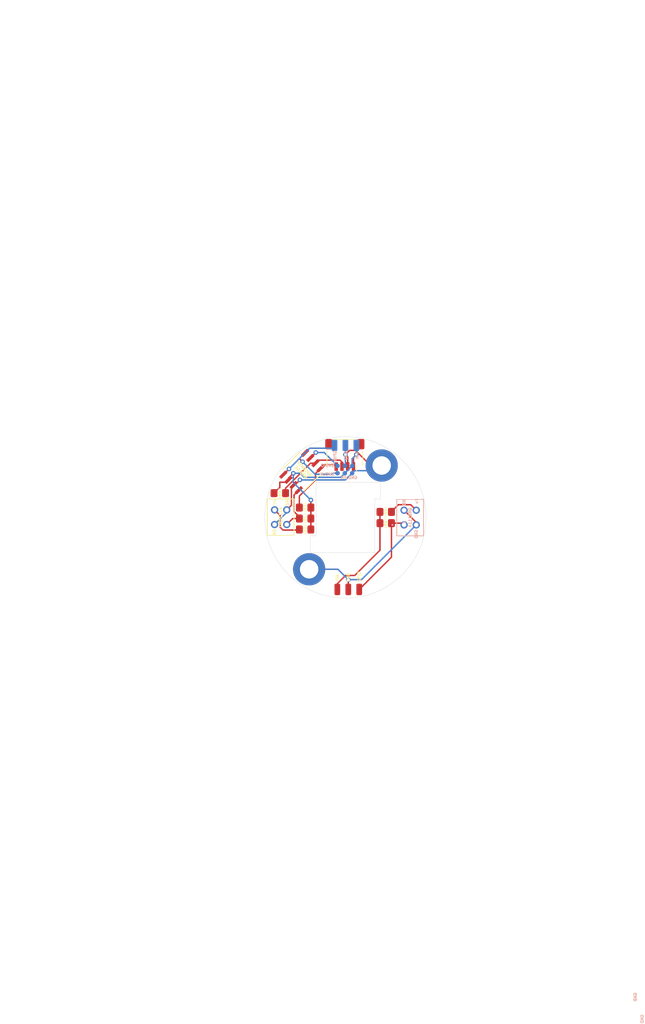
<source format=kicad_pcb>
(kicad_pcb (version 20171130) (host pcbnew "(5.1.7)-1")

  (general
    (thickness 1.6)
    (drawings 21)
    (tracks 126)
    (zones 0)
    (modules 27)
    (nets 13)
  )

  (page A4)
  (layers
    (0 F.Cu signal)
    (31 B.Cu signal)
    (32 B.Adhes user)
    (33 F.Adhes user)
    (34 B.Paste user)
    (35 F.Paste user)
    (36 B.SilkS user)
    (37 F.SilkS user)
    (38 B.Mask user)
    (39 F.Mask user)
    (40 Dwgs.User user hide)
    (41 Cmts.User user)
    (44 Edge.Cuts user)
    (45 Margin user)
    (46 B.CrtYd user)
    (47 F.CrtYd user)
    (48 B.Fab user)
    (49 F.Fab user)
  )

  (setup
    (last_trace_width 0.25)
    (trace_clearance 0.2)
    (zone_clearance 0.508)
    (zone_45_only no)
    (trace_min 0.2)
    (via_size 0.8)
    (via_drill 0.4)
    (via_min_size 0.4)
    (via_min_drill 0.3)
    (uvia_size 0.3)
    (uvia_drill 0.1)
    (uvias_allowed no)
    (uvia_min_size 0.2)
    (uvia_min_drill 0.1)
    (edge_width 0.05)
    (segment_width 0.2)
    (pcb_text_width 0.3)
    (pcb_text_size 1.5 1.5)
    (mod_edge_width 0.12)
    (mod_text_size 1 1)
    (mod_text_width 0.15)
    (pad_size 0.9906 0.9906)
    (pad_drill 0.9906)
    (pad_to_mask_clearance 0.0508)
    (aux_axis_origin 0 0)
    (visible_elements 7FFFFF7F)
    (pcbplotparams
      (layerselection 0x010fc_ffffffff)
      (usegerberextensions false)
      (usegerberattributes true)
      (usegerberadvancedattributes true)
      (creategerberjobfile true)
      (excludeedgelayer true)
      (linewidth 0.100000)
      (plotframeref false)
      (viasonmask false)
      (mode 1)
      (useauxorigin false)
      (hpglpennumber 1)
      (hpglpenspeed 20)
      (hpglpendiameter 15.000000)
      (psnegative false)
      (psa4output false)
      (plotreference true)
      (plotvalue true)
      (plotinvisibletext false)
      (padsonsilk false)
      (subtractmaskfromsilk false)
      (outputformat 1)
      (mirror false)
      (drillshape 1)
      (scaleselection 1)
      (outputdirectory ""))
  )

  (net 0 "")
  (net 1 GND)
  (net 2 SYS_SWCLK)
  (net 3 SYS_SWDIO)
  (net 4 V_IN)
  (net 5 I2C1_SDA)
  (net 6 I2C1_SCl)
  (net 7 "Net-(R2-Pad1)")
  (net 8 GPIO_Input_2)
  (net 9 V_IN_2)
  (net 10 GPIO_Input_2_2)
  (net 11 GPIO_Input_1)
  (net 12 "Net-(R6-Pad1)")

  (net_class Default "This is the default net class."
    (clearance 0.2)
    (trace_width 0.25)
    (via_dia 0.8)
    (via_drill 0.4)
    (uvia_dia 0.3)
    (uvia_drill 0.1)
    (add_net GND)
    (add_net GPIO_Input_1)
    (add_net GPIO_Input_2)
    (add_net GPIO_Input_2_2)
    (add_net I2C1_SCl)
    (add_net I2C1_SDA)
    (add_net "Net-(R2-Pad1)")
    (add_net "Net-(R6-Pad1)")
    (add_net SYS_SWCLK)
    (add_net SYS_SWDIO)
    (add_net V_IN)
    (add_net V_IN_2)
  )

  (module "" (layer F.Cu) (tedit 0) (tstamp 0)
    (at 60.2 79.7)
    (fp_text reference "" (at 50.2 93.6) (layer F.SilkS)
      (effects (font (size 1.27 1.27) (thickness 0.15)))
    )
    (fp_text value "" (at 50.2 93.6) (layer F.SilkS)
      (effects (font (size 1.27 1.27) (thickness 0.15)))
    )
    (fp_text user GND (at 50.15 93.5 90) (layer B.SilkS)
      (effects (font (size 0.5 0.5) (thickness 0.125)) (justify mirror))
    )
  )

  (module "" (layer F.Cu) (tedit 0) (tstamp 0)
    (at 61.4 83.5)
    (fp_text reference "" (at 50.2 93.6) (layer F.SilkS)
      (effects (font (size 1.27 1.27) (thickness 0.15)))
    )
    (fp_text value "" (at 50.2 93.6) (layer F.SilkS)
      (effects (font (size 1.27 1.27) (thickness 0.15)))
    )
    (fp_text user GND (at 50.15 93.5 90) (layer B.SilkS)
      (effects (font (size 0.5 0.5) (thickness 0.125)) (justify mirror))
    )
  )

  (module "" (layer F.Cu) (tedit 0) (tstamp 0)
    (at 0.25 0.5)
    (fp_text reference "" (at 50.2 93.6) (layer F.SilkS)
      (effects (font (size 1.27 1.27) (thickness 0.15)))
    )
    (fp_text value "" (at 50.2 93.6) (layer F.SilkS)
      (effects (font (size 1.27 1.27) (thickness 0.15)))
    )
  )

  (module "" (layer F.Cu) (tedit 0) (tstamp 0)
    (at 60.2 79.7)
    (fp_text reference "" (at 50.2 93.6) (layer F.SilkS)
      (effects (font (size 1.27 1.27) (thickness 0.15)))
    )
    (fp_text value "" (at 50.2 93.6) (layer F.SilkS)
      (effects (font (size 1.27 1.27) (thickness 0.15)))
    )
    (fp_text user GND (at 50.15 93.5 90) (layer B.SilkS)
      (effects (font (size 0.5 0.5) (thickness 0.125)) (justify mirror))
    )
  )

  (module footprints:0.5mm_by_8mm_slot (layer F.Cu) (tedit 5F8F7D17) (tstamp 5F8FDD5A)
    (at 50.2 93.6)
    (fp_text reference Slot (at 0 0.5) (layer F.SilkS) hide
      (effects (font (size 1 1) (thickness 0.15)))
    )
    (fp_text value 0.5mm_by_8mm_slot (at 0 -0.5) (layer F.Fab) hide
      (effects (font (size 1 1) (thickness 0.15)))
    )
    (pad "" np_thru_hole oval (at 0 -0.15) (size 7 0.508) (drill oval 7 0.508) (layers *.Cu *.Mask))
  )

  (module footprints:0.5mm_by_8mm_slot (layer F.Cu) (tedit 5F8F7D17) (tstamp 5F8FDD45)
    (at 69.85 86.7)
    (fp_text reference Slot (at 0 0.5) (layer F.SilkS) hide
      (effects (font (size 1 1) (thickness 0.15)))
    )
    (fp_text value 0.5mm_by_8mm_slot (at 0 -0.5) (layer F.Fab) hide
      (effects (font (size 1 1) (thickness 0.15)))
    )
    (pad "" np_thru_hole oval (at 0 -0.15) (size 7 0.508) (drill oval 7 0.508) (layers *.Cu *.Mask))
  )

  (module MountingHole:MountingHole_2.2mm_M2 (layer F.Cu) (tedit 56D1B4CB) (tstamp 5F8F2C23)
    (at 49.7 95.8)
    (descr "Mounting Hole 2.2mm, no annular, M2")
    (tags "mounting hole 2.2mm no annular m2")
    (attr virtual)
    (fp_text reference REF** (at 0 -3.2) (layer F.SilkS) hide
      (effects (font (size 1 1) (thickness 0.15)))
    )
    (fp_text value MountingHole_2.2mm_M2 (at 0 3.2) (layer F.Fab) hide
      (effects (font (size 1 1) (thickness 0.15)))
    )
    (fp_circle (center 0 0) (end 2.2 0) (layer Cmts.User) (width 0.15))
    (fp_circle (center 0 0) (end 2.45 0) (layer F.CrtYd) (width 0.05))
    (fp_text user %R (at 0.3 0) (layer F.Fab) hide
      (effects (font (size 1 1) (thickness 0.15)))
    )
    (pad 1 np_thru_hole circle (at 0 0) (size 2.2 2.2) (drill 2.2) (layers *.Cu *.Mask))
  )

  (module MountingHole:MountingHole_3.2mm_M3_DIN965_Pad (layer F.Cu) (tedit 56D1B4CB) (tstamp 5F8F2160)
    (at 53.7 99)
    (descr "Mounting Hole 3.2mm, M3, DIN965")
    (tags "mounting hole 3.2mm m3 din965")
    (path /5F909BA1)
    (attr virtual)
    (fp_text reference H1 (at 0 -3.8) (layer F.SilkS) hide
      (effects (font (size 1 1) (thickness 0.15)))
    )
    (fp_text value MountingHole_Pad (at 0 3.8) (layer F.Fab) hide
      (effects (font (size 1 1) (thickness 0.15)))
    )
    (fp_circle (center 0 0) (end 3.05 0) (layer F.CrtYd) (width 0.05))
    (fp_circle (center 0 0) (end 2.8 0) (layer Cmts.User) (width 0.15))
    (fp_text user %R (at 0.3 0) (layer F.Fab)
      (effects (font (size 1 1) (thickness 0.15)))
    )
    (pad 1 thru_hole circle (at 0 0) (size 5.6 5.6) (drill 3.2) (layers *.Cu *.Mask)
      (net 1 GND))
  )

  (module MountingHole:MountingHole_2.2mm_M2 (layer F.Cu) (tedit 56D1B4CB) (tstamp 5F8F71B5)
    (at 70.3 84.2)
    (descr "Mounting Hole 2.2mm, no annular, M2")
    (tags "mounting hole 2.2mm no annular m2")
    (attr virtual)
    (fp_text reference REF** (at 0 -3.2) (layer F.SilkS) hide
      (effects (font (size 1 1) (thickness 0.15)))
    )
    (fp_text value MountingHole_2.2mm_M2 (at 0 3.2) (layer F.Fab) hide
      (effects (font (size 1 1) (thickness 0.15)))
    )
    (fp_circle (center 0 0) (end 2.45 0) (layer F.CrtYd) (width 0.05))
    (fp_circle (center 0 0) (end 2.2 0) (layer Cmts.User) (width 0.15))
    (fp_text user %R (at 0.3 0) (layer F.Fab) hide
      (effects (font (size 1 1) (thickness 0.15)))
    )
    (pad 1 np_thru_hole circle (at 0 0) (size 2.2 2.2) (drill 2.2) (layers *.Cu *.Mask))
  )

  (module MountingHole:MountingHole_3.2mm_M3_DIN965_Pad (layer F.Cu) (tedit 56D1B4CB) (tstamp 5F8EAA48)
    (at 66.3 81)
    (descr "Mounting Hole 3.2mm, M3, DIN965")
    (tags "mounting hole 3.2mm m3 din965")
    (path /5F8D6382)
    (attr virtual)
    (fp_text reference H2 (at 0 -3.8) (layer F.SilkS) hide
      (effects (font (size 1 1) (thickness 0.15)))
    )
    (fp_text value MountingHole_Pad (at 0 3.8) (layer F.Fab) hide
      (effects (font (size 1 1) (thickness 0.15)))
    )
    (fp_circle (center 0 0) (end 3.05 0) (layer F.CrtYd) (width 0.05))
    (fp_circle (center 0 0) (end 2.8 0) (layer Cmts.User) (width 0.15))
    (fp_text user %R (at 0.3 0) (layer F.Fab)
      (effects (font (size 1 1) (thickness 0.15)))
    )
    (pad 1 thru_hole circle (at 0 0) (size 5.6 5.6) (drill 3.2) (layers *.Cu *.Mask)
      (net 1 GND))
  )

  (module Connector_JST:JST_SH_SM04B-SRSS-TB_1x04-1MP_P1.00mm_Horizontal (layer F.Cu) (tedit 5B78AD87) (tstamp 5F90AA9E)
    (at 59.9 79.175 180)
    (descr "JST SH series connector, SM04B-SRSS-TB (http://www.jst-mfg.com/product/pdf/eng/eSH.pdf), generated with kicad-footprint-generator")
    (tags "connector JST SH top entry")
    (path /5F8F98A2)
    (attr smd)
    (fp_text reference J1 (at 0.2 0.3 180) (layer F.SilkS) hide
      (effects (font (size 1 1) (thickness 0.15)))
    )
    (fp_text value Conn_01x04 (at 0 3.98 180) (layer F.Fab) hide
      (effects (font (size 1 1) (thickness 0.15)))
    )
    (fp_line (start -3 -1.675) (end 3 -1.675) (layer F.Fab) (width 0.1))
    (fp_line (start -3.11 0.715) (end -3.11 -1.785) (layer F.SilkS) (width 0.12))
    (fp_line (start -3.11 -1.785) (end -2.06 -1.785) (layer F.SilkS) (width 0.12))
    (fp_line (start -2.06 -1.785) (end -2.06 -2.775) (layer F.SilkS) (width 0.12))
    (fp_line (start 3.11 0.715) (end 3.11 -1.785) (layer F.SilkS) (width 0.12))
    (fp_line (start 3.11 -1.785) (end 2.06 -1.785) (layer F.SilkS) (width 0.12))
    (fp_line (start -1.94 2.685) (end 1.94 2.685) (layer F.SilkS) (width 0.12))
    (fp_line (start -3 2.575) (end 3 2.575) (layer F.Fab) (width 0.1))
    (fp_line (start -3 -1.675) (end -3 2.575) (layer F.Fab) (width 0.1))
    (fp_line (start 3 -1.675) (end 3 2.575) (layer F.Fab) (width 0.1))
    (fp_line (start -3.9 -3.28) (end -3.9 3.28) (layer F.CrtYd) (width 0.05))
    (fp_line (start -3.9 3.28) (end 3.9 3.28) (layer F.CrtYd) (width 0.05))
    (fp_line (start 3.9 3.28) (end 3.9 -3.28) (layer F.CrtYd) (width 0.05))
    (fp_line (start 3.9 -3.28) (end -3.9 -3.28) (layer F.CrtYd) (width 0.05))
    (fp_line (start -2 -1.675) (end -1.5 -0.967893) (layer F.Fab) (width 0.1))
    (fp_line (start -1.5 -0.967893) (end -1 -1.675) (layer F.Fab) (width 0.1))
    (pad MP smd roundrect (at 2.8 1.875 180) (size 1.2 1.8) (layers F.Cu F.Paste F.Mask) (roundrect_rratio 0.208333))
    (pad MP smd roundrect (at -2.8 1.875 180) (size 1.2 1.8) (layers F.Cu F.Paste F.Mask) (roundrect_rratio 0.208333))
    (pad 4 smd roundrect (at 1.5 -2 180) (size 0.6 1.55) (layers F.Cu F.Paste F.Mask) (roundrect_rratio 0.25)
      (net 6 I2C1_SCl))
    (pad 3 smd roundrect (at 0.5 -2 180) (size 0.6 1.55) (layers F.Cu F.Paste F.Mask) (roundrect_rratio 0.25)
      (net 5 I2C1_SDA))
    (pad 2 smd roundrect (at -0.5 -2 180) (size 0.6 1.55) (layers F.Cu F.Paste F.Mask) (roundrect_rratio 0.25)
      (net 1 GND))
    (pad 1 smd roundrect (at -1.5 -2 180) (size 0.6 1.55) (layers F.Cu F.Paste F.Mask) (roundrect_rratio 0.25)
      (net 4 V_IN))
    (model ${KISYS3DMOD}/Connector_JST.3dshapes/JST_SH_SM04B-SRSS-TB_1x04-1MP_P1.00mm_Horizontal.wrl
      (at (xyz 0 0 0))
      (scale (xyz 1 1 1))
      (rotate (xyz 0 0 0))
    )
  )

  (module Connector:Tag-Connect_TC2030-IDC-NL_2x03_P1.27mm_Vertical (layer B.Cu) (tedit 5A29CEA9) (tstamp 5F90E64C)
    (at 59.9 81.7)
    (descr "Tag-Connect programming header; http://www.tag-connect.com/Materials/TC2030-IDC-NL.pdf")
    (tags "tag connect programming header pogo pins")
    (path /5F84BCF7)
    (attr virtual)
    (fp_text reference J2 (at 0 -2.7) (layer B.SilkS) hide
      (effects (font (size 1 1) (thickness 0.15)) (justify mirror))
    )
    (fp_text value Conn_02x03_Counter_Clockwise (at 0 2.3) (layer B.Fab) hide
      (effects (font (size 1 1) (thickness 0.15)) (justify mirror))
    )
    (fp_line (start -1.905 -1.27) (end -1.905 -0.635) (layer B.SilkS) (width 0.12))
    (fp_line (start -1.27 -1.27) (end -1.905 -1.27) (layer B.SilkS) (width 0.12))
    (fp_line (start -3.5 -2) (end -3.5 2) (layer B.CrtYd) (width 0.05))
    (fp_line (start 3.5 -2) (end -3.5 -2) (layer B.CrtYd) (width 0.05))
    (fp_line (start 3.5 2) (end 3.5 -2) (layer B.CrtYd) (width 0.05))
    (fp_line (start -3.5 2) (end 3.5 2) (layer B.CrtYd) (width 0.05))
    (fp_line (start -1.27 -0.635) (end -1.27 0.635) (layer Dwgs.User) (width 0.1))
    (fp_line (start 1.27 -0.635) (end -1.27 -0.635) (layer Dwgs.User) (width 0.1))
    (fp_line (start 1.27 0.635) (end 1.27 -0.635) (layer Dwgs.User) (width 0.1))
    (fp_line (start -1.27 0.635) (end 1.27 0.635) (layer Dwgs.User) (width 0.1))
    (fp_line (start -1.27 -0.635) (end 0 0.635) (layer Dwgs.User) (width 0.1))
    (fp_line (start -1.27 0) (end -0.635 0.635) (layer Dwgs.User) (width 0.1))
    (fp_line (start -0.635 -0.635) (end 0.635 0.635) (layer Dwgs.User) (width 0.1))
    (fp_line (start 0 -0.635) (end 1.27 0.635) (layer Dwgs.User) (width 0.1))
    (fp_line (start 0.635 -0.635) (end 1.27 0) (layer Dwgs.User) (width 0.1))
    (fp_text user KEEPOUT (at 0 0) (layer Cmts.User) hide
      (effects (font (size 0.4 0.4) (thickness 0.07)))
    )
    (fp_text user %R (at 0 0) (layer B.Fab) hide
      (effects (font (size 1 1) (thickness 0.15)) (justify mirror))
    )
    (pad 6 connect circle (at 1.27 0.635) (size 0.7874 0.7874) (layers B.Cu B.Mask)
      (net 1 GND))
    (pad 5 connect circle (at 1.27 -0.635) (size 0.7874 0.7874) (layers B.Cu B.Mask)
      (net 4 V_IN))
    (pad 4 connect circle (at 0 0.635) (size 0.7874 0.7874) (layers B.Cu B.Mask)
      (net 4 V_IN))
    (pad 3 connect circle (at 0 -0.635) (size 0.7874 0.7874) (layers B.Cu B.Mask)
      (net 1 GND))
    (pad 2 connect circle (at -1.27 0.635) (size 0.7874 0.7874) (layers B.Cu B.Mask)
      (net 2 SYS_SWCLK))
    (pad 1 connect circle (at -1.27 -0.635) (size 0.7874 0.7874) (layers B.Cu B.Mask)
      (net 3 SYS_SWDIO))
    (pad "" np_thru_hole circle (at -2.54 0) (size 0.9906 0.9906) (drill 0.9906) (layers *.Cu *.Mask))
    (pad "" np_thru_hole circle (at 2.54 -1.016) (size 0.9906 0.9906) (drill 0.9906) (layers *.Cu *.Mask))
    (pad "" np_thru_hole circle (at 2.54 1.016) (size 0.9906 0.9906) (drill 0.9906) (layers *.Cu *.Mask))
  )

  (module footprints:QRD1114 (layer B.Cu) (tedit 0) (tstamp 5F8D4556)
    (at 70.19 91.3)
    (path /5F8D5657)
    (fp_text reference U3 (at 0.01 -1.27 90) (layer B.SilkS) hide
      (effects (font (size 0.5 0.5) (thickness 0.125)) (justify mirror))
    )
    (fp_text value QRD1114 (at 1.055 -1.27 90) (layer B.SilkS)
      (effects (font (size 0.5 0.5) (thickness 0.125)) (justify mirror))
    )
    (fp_circle (center -2.0311 0) (end -1.9549 0) (layer B.SilkS) (width 0.1524))
    (fp_circle (center -1.143 0) (end -1.0668 0) (layer B.Fab) (width 0.1524))
    (fp_line (start 3.5061 -4.572) (end -1.3961 -4.572) (layer B.CrtYd) (width 0.1524))
    (fp_line (start 3.5061 2.032) (end 3.5061 -4.572) (layer B.CrtYd) (width 0.1524))
    (fp_line (start -1.3961 2.032) (end 3.5061 2.032) (layer B.CrtYd) (width 0.1524))
    (fp_line (start -1.3961 -4.572) (end -1.3961 2.032) (layer B.CrtYd) (width 0.1524))
    (fp_line (start -1.2691 1.905) (end -1.2691 -4.445) (layer B.SilkS) (width 0.1524))
    (fp_line (start 3.3791 1.905) (end 3.3791 -4.445) (layer B.SilkS) (width 0.1524))
    (fp_line (start 3.3791 -4.445) (end -1.2691 -4.445) (layer B.SilkS) (width 0.1524))
    (fp_line (start 3.3791 1.905) (end -1.2691 1.905) (layer B.SilkS) (width 0.1524))
    (fp_line (start -1.1421 1.778) (end -1.1421 -4.318) (layer B.Fab) (width 0.1524))
    (fp_line (start 3.2521 1.778) (end 3.2521 -4.318) (layer B.Fab) (width 0.1524))
    (fp_line (start 3.2521 -4.318) (end -1.1421 -4.318) (layer B.Fab) (width 0.1524))
    (fp_line (start 3.2521 1.778) (end -1.1421 1.778) (layer B.Fab) (width 0.1524))
    (fp_text user "Copyright 2016 Accelerated Designs. All rights reserved." (at 0 0) (layer Cmts.User) hide
      (effects (font (size 0.127 0.127) (thickness 0.002)))
    )
    (fp_text user * (at 0 0) (layer B.SilkS)
      (effects (font (size 1 1) (thickness 0.15)) (justify mirror))
    )
    (fp_text user * (at 0 0) (layer B.Fab)
      (effects (font (size 1 1) (thickness 0.15)) (justify mirror))
    )
    (pad 1 thru_hole circle (at 0 0) (size 1.27 1.27) (drill 0.762) (layers *.Cu *.Mask)
      (net 10 GPIO_Input_2_2))
    (pad 2 thru_hole circle (at 0 -2.54) (size 1.27 1.27) (drill 0.762) (layers *.Cu *.Mask)
      (net 1 GND))
    (pad 3 thru_hole circle (at 2.11 -2.54) (size 1.27 1.27) (drill 0.762) (layers *.Cu *.Mask)
      (net 12 "Net-(R6-Pad1)"))
    (pad 4 thru_hole circle (at 2.11 0) (size 1.27 1.27) (drill 0.762) (layers *.Cu *.Mask)
      (net 1 GND))
  )

  (module Connector_Wire:SolderWirePad_1x01_SMD_1x2mm (layer F.Cu) (tedit 5DD6EB27) (tstamp 5F8DA882)
    (at 62.4 102.5)
    (descr "Wire Pad, Square, SMD Pad,  5mm x 10mm,")
    (tags "MesurementPoint Square SMDPad 5mmx10mm ")
    (path /5F902EBA)
    (attr virtual)
    (fp_text reference GPIO (at 0 -2.2 90) (layer F.SilkS)
      (effects (font (size 0.5 0.5) (thickness 0.125)))
    )
    (fp_text value Conn_01x01 (at 0 2.54) (layer F.Fab) hide
      (effects (font (size 1 1) (thickness 0.15)))
    )
    (fp_line (start 0.63 -1.27) (end -0.63 -1.27) (layer F.CrtYd) (width 0.05))
    (fp_line (start 0.63 1.27) (end 0.63 -1.27) (layer F.CrtYd) (width 0.05))
    (fp_line (start -0.63 1.27) (end 0.63 1.27) (layer F.CrtYd) (width 0.05))
    (fp_line (start -0.63 -1.27) (end -0.63 1.27) (layer F.CrtYd) (width 0.05))
    (fp_line (start -0.63 -1.27) (end 0.63 -1.27) (layer F.Fab) (width 0.1))
    (fp_line (start 0.63 -1.27) (end 0.63 1.27) (layer F.Fab) (width 0.1))
    (fp_line (start 0.63 1.27) (end -0.63 1.27) (layer F.Fab) (width 0.1))
    (fp_line (start -0.63 1.27) (end -0.63 -1.27) (layer F.Fab) (width 0.1))
    (fp_text user %R (at 0 0) (layer F.Fab) hide
      (effects (font (size 1 1) (thickness 0.15)))
    )
    (pad 1 smd roundrect (at 0 0) (size 1 2) (layers F.Cu F.Paste F.Mask) (roundrect_rratio 0.25)
      (net 10 GPIO_Input_2_2))
  )

  (module Connector_Wire:SolderWirePad_1x01_SMD_1x2mm (layer B.Cu) (tedit 5DD6EB27) (tstamp 5F8DA874)
    (at 60 77.5)
    (descr "Wire Pad, Square, SMD Pad,  5mm x 10mm,")
    (tags "MesurementPoint Square SMDPad 5mmx10mm ")
    (path /5F902EC0)
    (attr virtual)
    (fp_text reference J7 (at 0 2.54) (layer B.SilkS) hide
      (effects (font (size 1 1) (thickness 0.15)) (justify mirror))
    )
    (fp_text value Conn_01x01 (at 0 -2.54) (layer B.Fab) hide
      (effects (font (size 1 1) (thickness 0.15)) (justify mirror))
    )
    (fp_line (start 0.63 1.27) (end -0.63 1.27) (layer B.CrtYd) (width 0.05))
    (fp_line (start 0.63 -1.27) (end 0.63 1.27) (layer B.CrtYd) (width 0.05))
    (fp_line (start -0.63 -1.27) (end 0.63 -1.27) (layer B.CrtYd) (width 0.05))
    (fp_line (start -0.63 1.27) (end -0.63 -1.27) (layer B.CrtYd) (width 0.05))
    (fp_line (start -0.63 1.27) (end 0.63 1.27) (layer B.Fab) (width 0.1))
    (fp_line (start 0.63 1.27) (end 0.63 -1.27) (layer B.Fab) (width 0.1))
    (fp_line (start 0.63 -1.27) (end -0.63 -1.27) (layer B.Fab) (width 0.1))
    (fp_line (start -0.63 -1.27) (end -0.63 1.27) (layer B.Fab) (width 0.1))
    (fp_text user GND (at 0.05 1.8 90) (layer B.SilkS)
      (effects (font (size 0.5 0.5) (thickness 0.125)) (justify mirror))
    )
    (pad 1 smd roundrect (at 0 0) (size 1 2) (layers B.Cu B.Paste B.Mask) (roundrect_rratio 0.25)
      (net 1 GND))
  )

  (module Connector_Wire:SolderWirePad_1x01_SMD_1x2mm (layer F.Cu) (tedit 5DD6EB27) (tstamp 5F90E1D2)
    (at 58.6 102.5)
    (descr "Wire Pad, Square, SMD Pad,  5mm x 10mm,")
    (tags "MesurementPoint Square SMDPad 5mmx10mm ")
    (path /5F902EC6)
    (attr virtual)
    (fp_text reference VIN (at 0 -2 90) (layer F.SilkS)
      (effects (font (size 0.5 0.5) (thickness 0.125)))
    )
    (fp_text value Conn_01x01 (at 0 2.54) (layer F.Fab) hide
      (effects (font (size 1 1) (thickness 0.15)))
    )
    (fp_line (start 0.63 -1.27) (end -0.63 -1.27) (layer F.CrtYd) (width 0.05))
    (fp_line (start 0.63 1.27) (end 0.63 -1.27) (layer F.CrtYd) (width 0.05))
    (fp_line (start -0.63 1.27) (end 0.63 1.27) (layer F.CrtYd) (width 0.05))
    (fp_line (start -0.63 -1.27) (end -0.63 1.27) (layer F.CrtYd) (width 0.05))
    (fp_line (start -0.63 -1.27) (end 0.63 -1.27) (layer F.Fab) (width 0.1))
    (fp_line (start 0.63 -1.27) (end 0.63 1.27) (layer F.Fab) (width 0.1))
    (fp_line (start 0.63 1.27) (end -0.63 1.27) (layer F.Fab) (width 0.1))
    (fp_line (start -0.63 1.27) (end -0.63 -1.27) (layer F.Fab) (width 0.1))
    (fp_text user %R (at 0 0) (layer F.Fab) hide
      (effects (font (size 1 1) (thickness 0.15)))
    )
    (pad 1 smd roundrect (at 0 0) (size 1 2) (layers F.Cu F.Paste F.Mask) (roundrect_rratio 0.25)
      (net 9 V_IN_2))
  )

  (module Connector_Wire:SolderWirePad_1x01_SMD_1x2mm (layer B.Cu) (tedit 5DD6EB27) (tstamp 5F90B1BF)
    (at 58.1 77.5)
    (descr "Wire Pad, Square, SMD Pad,  5mm x 10mm,")
    (tags "MesurementPoint Square SMDPad 5mmx10mm ")
    (path /5F8FAE6C)
    (attr virtual)
    (fp_text reference J5 (at 0 2.54) (layer B.SilkS) hide
      (effects (font (size 1 1) (thickness 0.15)) (justify mirror))
    )
    (fp_text value Conn_01x01 (at 0.1 -2.5) (layer B.Fab) hide
      (effects (font (size 1 1) (thickness 0.15)) (justify mirror))
    )
    (fp_line (start 0.63 1.27) (end -0.63 1.27) (layer B.CrtYd) (width 0.05))
    (fp_line (start 0.63 -1.27) (end 0.63 1.27) (layer B.CrtYd) (width 0.05))
    (fp_line (start -0.63 -1.27) (end 0.63 -1.27) (layer B.CrtYd) (width 0.05))
    (fp_line (start -0.63 1.27) (end -0.63 -1.27) (layer B.CrtYd) (width 0.05))
    (fp_line (start -0.63 1.27) (end 0.63 1.27) (layer B.Fab) (width 0.1))
    (fp_line (start 0.63 1.27) (end 0.63 -1.27) (layer B.Fab) (width 0.1))
    (fp_line (start 0.63 -1.27) (end -0.63 -1.27) (layer B.Fab) (width 0.1))
    (fp_line (start -0.63 -1.27) (end -0.63 1.27) (layer B.Fab) (width 0.1))
    (fp_text user GPIO (at 0.1 1.8 90) (layer B.SilkS)
      (effects (font (size 0.5 0.5) (thickness 0.125)) (justify mirror))
    )
    (pad 1 smd roundrect (at 0 0) (size 1 2) (layers B.Cu B.Paste B.Mask) (roundrect_rratio 0.25)
      (net 8 GPIO_Input_2))
  )

  (module Connector_Wire:SolderWirePad_1x01_SMD_1x2mm (layer F.Cu) (tedit 5DD6EB27) (tstamp 5F8DA84A)
    (at 60.5 102.5)
    (descr "Wire Pad, Square, SMD Pad,  5mm x 10mm,")
    (tags "MesurementPoint Square SMDPad 5mmx10mm ")
    (path /5F8FA899)
    (attr virtual)
    (fp_text reference GND (at 0 -2.1 90) (layer F.SilkS)
      (effects (font (size 0.5 0.5) (thickness 0.125)))
    )
    (fp_text value Conn_01x01 (at 0 2.54) (layer F.Fab) hide
      (effects (font (size 1 1) (thickness 0.15)))
    )
    (fp_line (start 0.63 -1.27) (end -0.63 -1.27) (layer F.CrtYd) (width 0.05))
    (fp_line (start 0.63 1.27) (end 0.63 -1.27) (layer F.CrtYd) (width 0.05))
    (fp_line (start -0.63 1.27) (end 0.63 1.27) (layer F.CrtYd) (width 0.05))
    (fp_line (start -0.63 -1.27) (end -0.63 1.27) (layer F.CrtYd) (width 0.05))
    (fp_line (start -0.63 -1.27) (end 0.63 -1.27) (layer F.Fab) (width 0.1))
    (fp_line (start 0.63 -1.27) (end 0.63 1.27) (layer F.Fab) (width 0.1))
    (fp_line (start 0.63 1.27) (end -0.63 1.27) (layer F.Fab) (width 0.1))
    (fp_line (start -0.63 1.27) (end -0.63 -1.27) (layer F.Fab) (width 0.1))
    (fp_text user %R (at 0 0) (layer F.Fab) hide
      (effects (font (size 1 1) (thickness 0.15)))
    )
    (pad 1 smd roundrect (at 0 0) (size 1 2) (layers F.Cu F.Paste F.Mask) (roundrect_rratio 0.25)
      (net 1 GND))
  )

  (module Connector_Wire:SolderWirePad_1x01_SMD_1x2mm (layer B.Cu) (tedit 5DD6EB27) (tstamp 5F8DC62F)
    (at 61.9 77.5)
    (descr "Wire Pad, Square, SMD Pad,  5mm x 10mm,")
    (tags "MesurementPoint Square SMDPad 5mmx10mm ")
    (path /5F8ED92E)
    (attr virtual)
    (fp_text reference J3 (at 0 2.54) (layer B.SilkS) hide
      (effects (font (size 1 1) (thickness 0.15)) (justify mirror))
    )
    (fp_text value Conn_01x01 (at 0 -2.54) (layer B.Fab) hide
      (effects (font (size 1 1) (thickness 0.15)) (justify mirror))
    )
    (fp_line (start 0.63 1.27) (end -0.63 1.27) (layer B.CrtYd) (width 0.05))
    (fp_line (start 0.63 -1.27) (end 0.63 1.27) (layer B.CrtYd) (width 0.05))
    (fp_line (start -0.63 -1.27) (end 0.63 -1.27) (layer B.CrtYd) (width 0.05))
    (fp_line (start -0.63 1.27) (end -0.63 -1.27) (layer B.CrtYd) (width 0.05))
    (fp_line (start -0.63 1.27) (end 0.63 1.27) (layer B.Fab) (width 0.1))
    (fp_line (start 0.63 1.27) (end 0.63 -1.27) (layer B.Fab) (width 0.1))
    (fp_line (start 0.63 -1.27) (end -0.63 -1.27) (layer B.Fab) (width 0.1))
    (fp_line (start -0.63 -1.27) (end -0.63 1.27) (layer B.Fab) (width 0.1))
    (fp_text user VIN (at 0.1 1.75 270) (layer B.SilkS)
      (effects (font (size 0.5 0.5) (thickness 0.125)) (justify mirror))
    )
    (pad 1 smd roundrect (at 0 0) (size 1 2) (layers B.Cu B.Paste B.Mask) (roundrect_rratio 0.25)
      (net 4 V_IN))
  )

  (module Resistor_SMD:R_0805_2012Metric_Pad1.20x1.40mm_HandSolder (layer F.Cu) (tedit 5F68FEEE) (tstamp 5F8D447F)
    (at 67 89.05 180)
    (descr "Resistor SMD 0805 (2012 Metric), square (rectangular) end terminal, IPC_7351 nominal with elongated pad for handsoldering. (Body size source: IPC-SM-782 page 72, https://www.pcb-3d.com/wordpress/wp-content/uploads/ipc-sm-782a_amendment_1_and_2.pdf), generated with kicad-footprint-generator")
    (tags "resistor handsolder")
    (path /5F8D5651)
    (attr smd)
    (fp_text reference R6 (at 0 -2 90) (layer F.SilkS)
      (effects (font (size 0.5 0.5) (thickness 0.125)))
    )
    (fp_text value R (at 0 1.65) (layer F.Fab) hide
      (effects (font (size 1 1) (thickness 0.15)))
    )
    (fp_line (start -1 0.625) (end -1 -0.625) (layer F.Fab) (width 0.1))
    (fp_line (start -1 -0.625) (end 1 -0.625) (layer F.Fab) (width 0.1))
    (fp_line (start 1 -0.625) (end 1 0.625) (layer F.Fab) (width 0.1))
    (fp_line (start 1 0.625) (end -1 0.625) (layer F.Fab) (width 0.1))
    (fp_line (start -0.227064 -0.735) (end 0.227064 -0.735) (layer F.SilkS) (width 0.12))
    (fp_line (start -0.227064 0.735) (end 0.227064 0.735) (layer F.SilkS) (width 0.12))
    (fp_line (start -1.85 0.95) (end -1.85 -0.95) (layer F.CrtYd) (width 0.05))
    (fp_line (start -1.85 -0.95) (end 1.85 -0.95) (layer F.CrtYd) (width 0.05))
    (fp_line (start 1.85 -0.95) (end 1.85 0.95) (layer F.CrtYd) (width 0.05))
    (fp_line (start 1.85 0.95) (end -1.85 0.95) (layer F.CrtYd) (width 0.05))
    (fp_text user %R (at 0 0) (layer F.Fab) hide
      (effects (font (size 0.5 0.5) (thickness 0.08)))
    )
    (pad 2 smd roundrect (at 1 0 180) (size 1.2 1.4) (layers F.Cu F.Paste F.Mask) (roundrect_rratio 0.208333)
      (net 9 V_IN_2))
    (pad 1 smd roundrect (at -1 0 180) (size 1.2 1.4) (layers F.Cu F.Paste F.Mask) (roundrect_rratio 0.208333)
      (net 12 "Net-(R6-Pad1)"))
    (model ${KISYS3DMOD}/Resistor_SMD.3dshapes/R_0805_2012Metric.wrl
      (at (xyz 0 0 0))
      (scale (xyz 1 1 1))
      (rotate (xyz 0 0 0))
    )
  )

  (module Resistor_SMD:R_0805_2012Metric_Pad1.20x1.40mm_HandSolder (layer F.Cu) (tedit 5F68FEEE) (tstamp 5F8D446E)
    (at 67 91 180)
    (descr "Resistor SMD 0805 (2012 Metric), square (rectangular) end terminal, IPC_7351 nominal with elongated pad for handsoldering. (Body size source: IPC-SM-782 page 72, https://www.pcb-3d.com/wordpress/wp-content/uploads/ipc-sm-782a_amendment_1_and_2.pdf), generated with kicad-footprint-generator")
    (tags "resistor handsolder")
    (path /5F8D5633)
    (attr smd)
    (fp_text reference R5 (at 0 1.95 90) (layer F.SilkS)
      (effects (font (size 0.5 0.5) (thickness 0.125)))
    )
    (fp_text value R (at 0 1.65) (layer F.Fab) hide
      (effects (font (size 1 1) (thickness 0.15)))
    )
    (fp_line (start -1 0.625) (end -1 -0.625) (layer F.Fab) (width 0.1))
    (fp_line (start -1 -0.625) (end 1 -0.625) (layer F.Fab) (width 0.1))
    (fp_line (start 1 -0.625) (end 1 0.625) (layer F.Fab) (width 0.1))
    (fp_line (start 1 0.625) (end -1 0.625) (layer F.Fab) (width 0.1))
    (fp_line (start -0.227064 -0.735) (end 0.227064 -0.735) (layer F.SilkS) (width 0.12))
    (fp_line (start -0.227064 0.735) (end 0.227064 0.735) (layer F.SilkS) (width 0.12))
    (fp_line (start -1.85 0.95) (end -1.85 -0.95) (layer F.CrtYd) (width 0.05))
    (fp_line (start -1.85 -0.95) (end 1.85 -0.95) (layer F.CrtYd) (width 0.05))
    (fp_line (start 1.85 -0.95) (end 1.85 0.95) (layer F.CrtYd) (width 0.05))
    (fp_line (start 1.85 0.95) (end -1.85 0.95) (layer F.CrtYd) (width 0.05))
    (fp_text user %R (at 0 0) (layer F.Fab) hide
      (effects (font (size 0.5 0.5) (thickness 0.08)))
    )
    (pad 2 smd roundrect (at 1 0 180) (size 1.2 1.4) (layers F.Cu F.Paste F.Mask) (roundrect_rratio 0.208333)
      (net 9 V_IN_2))
    (pad 1 smd roundrect (at -1 0 180) (size 1.2 1.4) (layers F.Cu F.Paste F.Mask) (roundrect_rratio 0.208333)
      (net 10 GPIO_Input_2_2))
    (model ${KISYS3DMOD}/Resistor_SMD.3dshapes/R_0805_2012Metric.wrl
      (at (xyz 0 0 0))
      (scale (xyz 1 1 1))
      (rotate (xyz 0 0 0))
    )
  )

  (module footprints:QRD1114 (layer F.Cu) (tedit 0) (tstamp 5F8CA424)
    (at 49.81 91.24 180)
    (path /5F83DF7A)
    (fp_text reference U2 (at 0.01 1.24 270) (layer F.SilkS) hide
      (effects (font (size 0.5 0.5) (thickness 0.125)))
    )
    (fp_text value QRD1114 (at 1.055 1.27 270) (layer F.SilkS)
      (effects (font (size 0.5 0.5) (thickness 0.125)))
    )
    (fp_line (start 3.2521 -1.778) (end -1.1421 -1.778) (layer F.Fab) (width 0.1524))
    (fp_line (start 3.2521 4.318) (end -1.1421 4.318) (layer F.Fab) (width 0.1524))
    (fp_line (start 3.2521 -1.778) (end 3.2521 4.318) (layer F.Fab) (width 0.1524))
    (fp_line (start -1.1421 -1.778) (end -1.1421 4.318) (layer F.Fab) (width 0.1524))
    (fp_line (start 3.3791 -1.905) (end -1.2691 -1.905) (layer F.SilkS) (width 0.1524))
    (fp_line (start 3.3791 4.445) (end -1.2691 4.445) (layer F.SilkS) (width 0.1524))
    (fp_line (start 3.3791 -1.905) (end 3.3791 4.445) (layer F.SilkS) (width 0.1524))
    (fp_line (start -1.2691 -1.905) (end -1.2691 4.445) (layer F.SilkS) (width 0.1524))
    (fp_line (start -1.3961 4.572) (end -1.3961 -2.032) (layer F.CrtYd) (width 0.1524))
    (fp_line (start -1.3961 -2.032) (end 3.5061 -2.032) (layer F.CrtYd) (width 0.1524))
    (fp_line (start 3.5061 -2.032) (end 3.5061 4.572) (layer F.CrtYd) (width 0.1524))
    (fp_line (start 3.5061 4.572) (end -1.3961 4.572) (layer F.CrtYd) (width 0.1524))
    (fp_circle (center -1.143 0) (end -1.0668 0) (layer F.Fab) (width 0.1524))
    (fp_circle (center -2.0311 0) (end -1.9549 0) (layer F.SilkS) (width 0.1524))
    (fp_text user * (at 0 0) (layer F.Fab) hide
      (effects (font (size 1 1) (thickness 0.15)))
    )
    (fp_text user * (at 0 0) (layer F.SilkS) hide
      (effects (font (size 1 1) (thickness 0.15)))
    )
    (fp_text user "Copyright 2016 Accelerated Designs. All rights reserved." (at 0 0) (layer Cmts.User)
      (effects (font (size 0.127 0.127) (thickness 0.002)))
    )
    (pad 4 thru_hole circle (at 2.11 0 180) (size 1.27 1.27) (drill 0.762) (layers *.Cu *.Mask)
      (net 1 GND))
    (pad 3 thru_hole circle (at 2.11 2.54 180) (size 1.27 1.27) (drill 0.762) (layers *.Cu *.Mask)
      (net 7 "Net-(R2-Pad1)"))
    (pad 2 thru_hole circle (at 0 2.54 180) (size 1.27 1.27) (drill 0.762) (layers *.Cu *.Mask)
      (net 1 GND))
    (pad 1 thru_hole circle (at 0 0 180) (size 1.27 1.27) (drill 0.762) (layers *.Cu *.Mask)
      (net 11 GPIO_Input_1))
  )

  (module Resistor_SMD:R_0805_2012Metric_Pad1.20x1.40mm_HandSolder (layer F.Cu) (tedit 5F68FEEE) (tstamp 5F8F57A6)
    (at 48.6 85.8 180)
    (descr "Resistor SMD 0805 (2012 Metric), square (rectangular) end terminal, IPC_7351 nominal with elongated pad for handsoldering. (Body size source: IPC-SM-782 page 72, https://www.pcb-3d.com/wordpress/wp-content/uploads/ipc-sm-782a_amendment_1_and_2.pdf), generated with kicad-footprint-generator")
    (tags "resistor handsolder")
    (path /5F84C499)
    (attr smd)
    (fp_text reference R4 (at 0 -0.1 270) (layer F.SilkS)
      (effects (font (size 0.5 0.5) (thickness 0.125)))
    )
    (fp_text value R (at 0 1.65) (layer F.Fab) hide
      (effects (font (size 1 1) (thickness 0.15)))
    )
    (fp_line (start -1 0.625) (end -1 -0.625) (layer F.Fab) (width 0.1))
    (fp_line (start -1 -0.625) (end 1 -0.625) (layer F.Fab) (width 0.1))
    (fp_line (start 1 -0.625) (end 1 0.625) (layer F.Fab) (width 0.1))
    (fp_line (start 1 0.625) (end -1 0.625) (layer F.Fab) (width 0.1))
    (fp_line (start -0.227064 -0.735) (end 0.227064 -0.735) (layer F.SilkS) (width 0.12))
    (fp_line (start -0.227064 0.735) (end 0.227064 0.735) (layer F.SilkS) (width 0.12))
    (fp_line (start -1.85 0.95) (end -1.85 -0.95) (layer F.CrtYd) (width 0.05))
    (fp_line (start -1.85 -0.95) (end 1.85 -0.95) (layer F.CrtYd) (width 0.05))
    (fp_line (start 1.85 -0.95) (end 1.85 0.95) (layer F.CrtYd) (width 0.05))
    (fp_line (start 1.85 0.95) (end -1.85 0.95) (layer F.CrtYd) (width 0.05))
    (fp_text user %R (at 0 0) (layer F.Fab) hide
      (effects (font (size 0.5 0.5) (thickness 0.08)))
    )
    (pad 2 smd roundrect (at 1 0 180) (size 1.2 1.4) (layers F.Cu F.Paste F.Mask) (roundrect_rratio 0.208333)
      (net 4 V_IN))
    (pad 1 smd roundrect (at -1 0 180) (size 1.2 1.4) (layers F.Cu F.Paste F.Mask) (roundrect_rratio 0.208333)
      (net 5 I2C1_SDA))
    (model ${KISYS3DMOD}/Resistor_SMD.3dshapes/R_0805_2012Metric.wrl
      (at (xyz 0 0 0))
      (scale (xyz 1 1 1))
      (rotate (xyz 0 0 0))
    )
  )

  (module Resistor_SMD:R_0805_2012Metric_Pad1.20x1.40mm_HandSolder (layer F.Cu) (tedit 5F68FEEE) (tstamp 5F8F1E0B)
    (at 53 88.3 180)
    (descr "Resistor SMD 0805 (2012 Metric), square (rectangular) end terminal, IPC_7351 nominal with elongated pad for handsoldering. (Body size source: IPC-SM-782 page 72, https://www.pcb-3d.com/wordpress/wp-content/uploads/ipc-sm-782a_amendment_1_and_2.pdf), generated with kicad-footprint-generator")
    (tags "resistor handsolder")
    (path /5F84A787)
    (attr smd)
    (fp_text reference R3 (at 0 0 90) (layer F.SilkS)
      (effects (font (size 0.5 0.5) (thickness 0.125)))
    )
    (fp_text value R (at 0 1.65) (layer F.Fab) hide
      (effects (font (size 1 1) (thickness 0.15)))
    )
    (fp_line (start -1 0.625) (end -1 -0.625) (layer F.Fab) (width 0.1))
    (fp_line (start -1 -0.625) (end 1 -0.625) (layer F.Fab) (width 0.1))
    (fp_line (start 1 -0.625) (end 1 0.625) (layer F.Fab) (width 0.1))
    (fp_line (start 1 0.625) (end -1 0.625) (layer F.Fab) (width 0.1))
    (fp_line (start -0.227064 -0.735) (end 0.227064 -0.735) (layer F.SilkS) (width 0.12))
    (fp_line (start -0.227064 0.735) (end 0.227064 0.735) (layer F.SilkS) (width 0.12))
    (fp_line (start -1.85 0.95) (end -1.85 -0.95) (layer F.CrtYd) (width 0.05))
    (fp_line (start -1.85 -0.95) (end 1.85 -0.95) (layer F.CrtYd) (width 0.05))
    (fp_line (start 1.85 -0.95) (end 1.85 0.95) (layer F.CrtYd) (width 0.05))
    (fp_line (start 1.85 0.95) (end -1.85 0.95) (layer F.CrtYd) (width 0.05))
    (fp_text user %R (at 0 0) (layer F.Fab) hide
      (effects (font (size 0.5 0.5) (thickness 0.08)))
    )
    (pad 2 smd roundrect (at 1 0 180) (size 1.2 1.4) (layers F.Cu F.Paste F.Mask) (roundrect_rratio 0.208333)
      (net 6 I2C1_SCl))
    (pad 1 smd roundrect (at -1 0 180) (size 1.2 1.4) (layers F.Cu F.Paste F.Mask) (roundrect_rratio 0.208333)
      (net 4 V_IN))
    (model ${KISYS3DMOD}/Resistor_SMD.3dshapes/R_0805_2012Metric.wrl
      (at (xyz 0 0 0))
      (scale (xyz 1 1 1))
      (rotate (xyz 0 0 0))
    )
  )

  (module Resistor_SMD:R_0805_2012Metric_Pad1.20x1.40mm_HandSolder (layer F.Cu) (tedit 5F68FEEE) (tstamp 5F8F3C6B)
    (at 53 92.1)
    (descr "Resistor SMD 0805 (2012 Metric), square (rectangular) end terminal, IPC_7351 nominal with elongated pad for handsoldering. (Body size source: IPC-SM-782 page 72, https://www.pcb-3d.com/wordpress/wp-content/uploads/ipc-sm-782a_amendment_1_and_2.pdf), generated with kicad-footprint-generator")
    (tags "resistor handsolder")
    (path /5F848894)
    (attr smd)
    (fp_text reference R2 (at 0 0 90) (layer F.SilkS)
      (effects (font (size 0.5 0.5) (thickness 0.125)))
    )
    (fp_text value R (at 0 1.65) (layer F.Fab) hide
      (effects (font (size 1 1) (thickness 0.15)))
    )
    (fp_line (start -1 0.625) (end -1 -0.625) (layer F.Fab) (width 0.1))
    (fp_line (start -1 -0.625) (end 1 -0.625) (layer F.Fab) (width 0.1))
    (fp_line (start 1 -0.625) (end 1 0.625) (layer F.Fab) (width 0.1))
    (fp_line (start 1 0.625) (end -1 0.625) (layer F.Fab) (width 0.1))
    (fp_line (start -0.227064 -0.735) (end 0.227064 -0.735) (layer F.SilkS) (width 0.12))
    (fp_line (start -0.227064 0.735) (end 0.227064 0.735) (layer F.SilkS) (width 0.12))
    (fp_line (start -1.85 0.95) (end -1.85 -0.95) (layer F.CrtYd) (width 0.05))
    (fp_line (start -1.85 -0.95) (end 1.85 -0.95) (layer F.CrtYd) (width 0.05))
    (fp_line (start 1.85 -0.95) (end 1.85 0.95) (layer F.CrtYd) (width 0.05))
    (fp_line (start 1.85 0.95) (end -1.85 0.95) (layer F.CrtYd) (width 0.05))
    (fp_text user %R (at 0 0) (layer F.Fab) hide
      (effects (font (size 0.5 0.5) (thickness 0.08)))
    )
    (pad 2 smd roundrect (at 1 0) (size 1.2 1.4) (layers F.Cu F.Paste F.Mask) (roundrect_rratio 0.208333)
      (net 4 V_IN))
    (pad 1 smd roundrect (at -1 0) (size 1.2 1.4) (layers F.Cu F.Paste F.Mask) (roundrect_rratio 0.208333)
      (net 7 "Net-(R2-Pad1)"))
    (model ${KISYS3DMOD}/Resistor_SMD.3dshapes/R_0805_2012Metric.wrl
      (at (xyz 0 0 0))
      (scale (xyz 1 1 1))
      (rotate (xyz 0 0 0))
    )
  )

  (module Resistor_SMD:R_0805_2012Metric_Pad1.20x1.40mm_HandSolder (layer F.Cu) (tedit 5F68FEEE) (tstamp 5F8AB6ED)
    (at 53 90.2)
    (descr "Resistor SMD 0805 (2012 Metric), square (rectangular) end terminal, IPC_7351 nominal with elongated pad for handsoldering. (Body size source: IPC-SM-782 page 72, https://www.pcb-3d.com/wordpress/wp-content/uploads/ipc-sm-782a_amendment_1_and_2.pdf), generated with kicad-footprint-generator")
    (tags "resistor handsolder")
    (path /5F849D6B)
    (attr smd)
    (fp_text reference R1 (at 0 0 90) (layer F.SilkS)
      (effects (font (size 0.5 0.5) (thickness 0.125)))
    )
    (fp_text value R (at 0 1.65) (layer F.Fab) hide
      (effects (font (size 1 1) (thickness 0.15)))
    )
    (fp_line (start -1 0.625) (end -1 -0.625) (layer F.Fab) (width 0.1))
    (fp_line (start -1 -0.625) (end 1 -0.625) (layer F.Fab) (width 0.1))
    (fp_line (start 1 -0.625) (end 1 0.625) (layer F.Fab) (width 0.1))
    (fp_line (start 1 0.625) (end -1 0.625) (layer F.Fab) (width 0.1))
    (fp_line (start -0.227064 -0.735) (end 0.227064 -0.735) (layer F.SilkS) (width 0.12))
    (fp_line (start -0.227064 0.735) (end 0.227064 0.735) (layer F.SilkS) (width 0.12))
    (fp_line (start -1.85 0.95) (end -1.85 -0.95) (layer F.CrtYd) (width 0.05))
    (fp_line (start -1.85 -0.95) (end 1.85 -0.95) (layer F.CrtYd) (width 0.05))
    (fp_line (start 1.85 -0.95) (end 1.85 0.95) (layer F.CrtYd) (width 0.05))
    (fp_line (start 1.85 0.95) (end -1.85 0.95) (layer F.CrtYd) (width 0.05))
    (fp_text user %R (at 0 0) (layer F.Fab) hide
      (effects (font (size 0.5 0.5) (thickness 0.08)))
    )
    (pad 2 smd roundrect (at 1 0) (size 1.2 1.4) (layers F.Cu F.Paste F.Mask) (roundrect_rratio 0.208333)
      (net 4 V_IN))
    (pad 1 smd roundrect (at -1 0) (size 1.2 1.4) (layers F.Cu F.Paste F.Mask) (roundrect_rratio 0.208333)
      (net 11 GPIO_Input_1))
    (model ${KISYS3DMOD}/Resistor_SMD.3dshapes/R_0805_2012Metric.wrl
      (at (xyz 0 0 0))
      (scale (xyz 1 1 1))
      (rotate (xyz 0 0 0))
    )
  )

  (module footprints:STM32G030J6M6 (layer F.Cu) (tedit 0) (tstamp 5F8DAF3D)
    (at 52.452204 82.045821 45)
    (path /5F8AA901)
    (fp_text reference 30J6M6 (at -0.216645 0.001397 315) (layer F.SilkS)
      (effects (font (size 0.5 0.5) (thickness 0.125)))
    )
    (fp_text value STM32G0 (at 0.631883 0.001397 135) (layer F.SilkS)
      (effects (font (size 0.5 0.5) (thickness 0.125)))
    )
    (fp_line (start -2.0066 -1.651) (end -2.0066 -2.159) (layer F.Fab) (width 0.1524))
    (fp_line (start -2.0066 -2.159) (end -3.0988 -2.159) (layer F.Fab) (width 0.1524))
    (fp_line (start -3.0988 -2.159) (end -3.0988 -1.651) (layer F.Fab) (width 0.1524))
    (fp_line (start -3.0988 -1.651) (end -2.0066 -1.651) (layer F.Fab) (width 0.1524))
    (fp_line (start -2.0066 -0.381) (end -2.0066 -0.889) (layer F.Fab) (width 0.1524))
    (fp_line (start -2.0066 -0.889) (end -3.0988 -0.889) (layer F.Fab) (width 0.1524))
    (fp_line (start -3.0988 -0.889) (end -3.0988 -0.381) (layer F.Fab) (width 0.1524))
    (fp_line (start -3.0988 -0.381) (end -2.0066 -0.381) (layer F.Fab) (width 0.1524))
    (fp_line (start -2.0066 0.889) (end -2.0066 0.381) (layer F.Fab) (width 0.1524))
    (fp_line (start -2.0066 0.381) (end -3.0988 0.381) (layer F.Fab) (width 0.1524))
    (fp_line (start -3.0988 0.381) (end -3.0988 0.889) (layer F.Fab) (width 0.1524))
    (fp_line (start -3.0988 0.889) (end -2.0066 0.889) (layer F.Fab) (width 0.1524))
    (fp_line (start -2.0066 2.159) (end -2.0066 1.651) (layer F.Fab) (width 0.1524))
    (fp_line (start -2.0066 1.651) (end -3.0988 1.651) (layer F.Fab) (width 0.1524))
    (fp_line (start -3.0988 1.651) (end -3.0988 2.159) (layer F.Fab) (width 0.1524))
    (fp_line (start -3.0988 2.159) (end -2.0066 2.159) (layer F.Fab) (width 0.1524))
    (fp_line (start 2.0066 1.651) (end 2.0066 2.159) (layer F.Fab) (width 0.1524))
    (fp_line (start 2.0066 2.159) (end 3.0988 2.159) (layer F.Fab) (width 0.1524))
    (fp_line (start 3.0988 2.159) (end 3.0988 1.651) (layer F.Fab) (width 0.1524))
    (fp_line (start 3.0988 1.651) (end 2.0066 1.651) (layer F.Fab) (width 0.1524))
    (fp_line (start 2.0066 0.381) (end 2.0066 0.889) (layer F.Fab) (width 0.1524))
    (fp_line (start 2.0066 0.889) (end 3.0988 0.889) (layer F.Fab) (width 0.1524))
    (fp_line (start 3.0988 0.889) (end 3.0988 0.381) (layer F.Fab) (width 0.1524))
    (fp_line (start 3.0988 0.381) (end 2.0066 0.381) (layer F.Fab) (width 0.1524))
    (fp_line (start 2.0066 -0.889) (end 2.0066 -0.381) (layer F.Fab) (width 0.1524))
    (fp_line (start 2.0066 -0.381) (end 3.0988 -0.381) (layer F.Fab) (width 0.1524))
    (fp_line (start 3.0988 -0.381) (end 3.0988 -0.889) (layer F.Fab) (width 0.1524))
    (fp_line (start 3.0988 -0.889) (end 2.0066 -0.889) (layer F.Fab) (width 0.1524))
    (fp_line (start 2.0066 -2.159) (end 2.0066 -1.651) (layer F.Fab) (width 0.1524))
    (fp_line (start 2.0066 -1.651) (end 3.0988 -1.651) (layer F.Fab) (width 0.1524))
    (fp_line (start 3.0988 -1.651) (end 3.0988 -2.159) (layer F.Fab) (width 0.1524))
    (fp_line (start 3.0988 -2.159) (end 2.0066 -2.159) (layer F.Fab) (width 0.1524))
    (fp_line (start -2.1336 2.6289) (end 2.1336 2.6289) (layer F.SilkS) (width 0.1524))
    (fp_line (start 2.1336 -2.6289) (end -2.1336 -2.6289) (layer F.SilkS) (width 0.1524))
    (fp_line (start -2.0066 2.5019) (end 2.0066 2.5019) (layer F.Fab) (width 0.1524))
    (fp_line (start 2.0066 2.5019) (end 2.0066 -2.5019) (layer F.Fab) (width 0.1524))
    (fp_line (start 2.0066 -2.5019) (end -2.0066 -2.5019) (layer F.Fab) (width 0.1524))
    (fp_line (start -2.0066 -2.5019) (end -2.0066 2.5019) (layer F.Fab) (width 0.1524))
    (fp_line (start -3.702799 2.438) (end -3.702799 -2.438) (layer F.CrtYd) (width 0.1524))
    (fp_line (start -3.702799 -2.438) (end -2.2606 -2.438) (layer F.CrtYd) (width 0.1524))
    (fp_line (start -2.2606 -2.438) (end -2.2606 -2.7559) (layer F.CrtYd) (width 0.1524))
    (fp_line (start -2.2606 -2.7559) (end 2.2606 -2.7559) (layer F.CrtYd) (width 0.1524))
    (fp_line (start 2.2606 -2.7559) (end 2.2606 -2.438) (layer F.CrtYd) (width 0.1524))
    (fp_line (start 2.2606 -2.438) (end 3.702799 -2.438) (layer F.CrtYd) (width 0.1524))
    (fp_line (start 3.702799 -2.438) (end 3.702799 2.438) (layer F.CrtYd) (width 0.1524))
    (fp_line (start 3.702799 2.438) (end 2.2606 2.438) (layer F.CrtYd) (width 0.1524))
    (fp_line (start 2.2606 2.438) (end 2.2606 2.7559) (layer F.CrtYd) (width 0.1524))
    (fp_line (start 2.2606 2.7559) (end -2.2606 2.7559) (layer F.CrtYd) (width 0.1524))
    (fp_line (start -2.2606 2.7559) (end -2.2606 2.438) (layer F.CrtYd) (width 0.1524))
    (fp_line (start -2.2606 2.438) (end -3.702799 2.438) (layer F.CrtYd) (width 0.1524))
    (fp_arc (start 0 -2.5019) (end 0.3048 -2.5019) (angle 180) (layer F.Fab) (width 0.1524))
    (fp_text user * (at -1.6256 -2.4257 45) (layer F.Fab) hide
      (effects (font (size 1 1) (thickness 0.15)))
    )
    (fp_text user * (at -2.9337 -3.606 45) (layer F.SilkS) hide
      (effects (font (size 1 1) (thickness 0.15)))
    )
    (fp_text user 0.061in/1.538mm (at -2.6797 4.9149 45) (layer Dwgs.User)
      (effects (font (size 1 1) (thickness 0.15)))
    )
    (fp_text user 0.211in/5.359mm (at 0 -4.9149 45) (layer Dwgs.User)
      (effects (font (size 1 1) (thickness 0.15)))
    )
    (fp_text user 0.022in/0.558mm (at 5.7277 -1.905 45) (layer Dwgs.User)
      (effects (font (size 1 1) (thickness 0.15)))
    )
    (fp_text user 0.05in/1.27mm (at -5.7277 -1.27 45) (layer Dwgs.User)
      (effects (font (size 1 1) (thickness 0.15)))
    )
    (fp_text user * (at -1.6256 -2.4257 45) (layer F.Fab) hide
      (effects (font (size 1 1) (thickness 0.15)))
    )
    (fp_text user * (at -2.9337 -3.606 45) (layer F.SilkS) hide
      (effects (font (size 1 1) (thickness 0.15)))
    )
    (fp_text user "Copyright 2016 Accelerated Designs. All rights reserved." (at 0 0 45) (layer Cmts.User)
      (effects (font (size 0.127 0.127) (thickness 0.002)))
    )
    (pad 8 smd rect (at 2.6797 -1.905 45) (size 1.538199 0.558) (layers F.Cu F.Paste F.Mask)
      (net 2 SYS_SWCLK))
    (pad 7 smd rect (at 2.6797 -0.635 45) (size 1.538199 0.558) (layers F.Cu F.Paste F.Mask)
      (net 3 SYS_SWDIO))
    (pad 6 smd rect (at 2.6797 0.635 45) (size 1.538199 0.558) (layers F.Cu F.Paste F.Mask)
      (net 5 I2C1_SDA))
    (pad 5 smd rect (at 2.6797 1.905 45) (size 1.538199 0.558) (layers F.Cu F.Paste F.Mask)
      (net 6 I2C1_SCl))
    (pad 4 smd rect (at -2.6797 1.905 45) (size 1.538199 0.558) (layers F.Cu F.Paste F.Mask)
      (net 11 GPIO_Input_1))
    (pad 3 smd rect (at -2.6797 0.635 45) (size 1.538199 0.558) (layers F.Cu F.Paste F.Mask)
      (net 1 GND))
    (pad 2 smd rect (at -2.6797 -0.635 45) (size 1.538199 0.558) (layers F.Cu F.Paste F.Mask)
      (net 4 V_IN))
    (pad 1 smd rect (at -2.6797 -1.905 45) (size 1.538199 0.558) (layers F.Cu F.Paste F.Mask)
      (net 8 GPIO_Input_2))
  )

  (gr_text VIN (at 59.8 83.1) (layer B.SilkS)
    (effects (font (size 0.5 0.5) (thickness 0.125)) (justify mirror))
  )
  (gr_text GND (at 61.3 83.1) (layer B.SilkS)
    (effects (font (size 0.5 0.5) (thickness 0.125)) (justify mirror))
  )
  (gr_text V+ (at 47.7 87.3 90) (layer F.SilkS)
    (effects (font (size 0.5 0.5) (thickness 0.125)))
  )
  (gr_text GND (at 49.9 87.2 90) (layer F.SilkS)
    (effects (font (size 0.5 0.5) (thickness 0.125)))
  )
  (gr_text GND (at 47.7 92.8 90) (layer F.SilkS) (tstamp 5F90EB17)
    (effects (font (size 0.5 0.5) (thickness 0.125)))
  )
  (gr_text V+ (at 72.4 87.2 90) (layer B.SilkS) (tstamp 5F90E964)
    (effects (font (size 0.5 0.5) (thickness 0.125)) (justify mirror))
  )
  (gr_text GND (at 70.2 87.2 90) (layer B.SilkS) (tstamp 5F90E964)
    (effects (font (size 0.5 0.5) (thickness 0.125)) (justify mirror))
  )
  (gr_text GND (at 72.3 92.9 90) (layer B.SilkS)
    (effects (font (size 0.5 0.5) (thickness 0.125)) (justify mirror))
  )
  (gr_text SWCLK (at 56.9 82.5) (layer B.SilkS)
    (effects (font (size 0.5 0.5) (thickness 0.125)) (justify mirror))
  )
  (gr_text SWDIO (at 56.9 81) (layer B.SilkS)
    (effects (font (size 0.5 0.5) (thickness 0.125)) (justify mirror))
  )
  (gr_line (start 54.9 83.9) (end 54.9 93.2) (layer Edge.Cuts) (width 0.05) (tstamp 5F8FDCD6))
  (gr_line (start 65.1 86.8) (end 65.1 96.1) (layer Edge.Cuts) (width 0.05) (tstamp 5F8FDCD5))
  (gr_line (start 53.9 93.2) (end 54.9 93.2) (layer Edge.Cuts) (width 0.05))
  (gr_line (start 53.9 96.1) (end 53.9 93.2) (layer Edge.Cuts) (width 0.05))
  (gr_line (start 54.9 96.1) (end 53.9 96.1) (layer Edge.Cuts) (width 0.05))
  (gr_line (start 66.1 86.8) (end 65.1 86.8) (layer Edge.Cuts) (width 0.05))
  (gr_line (start 66.1 83.9) (end 66.1 86.8) (layer Edge.Cuts) (width 0.05))
  (gr_line (start 65.1 83.9) (end 66.1 83.9) (layer Edge.Cuts) (width 0.05))
  (gr_circle (center 60 90) (end 74 90) (layer Edge.Cuts) (width 0.05))
  (gr_line (start 65.1 83.9) (end 54.9 83.9) (layer Edge.Cuts) (width 0.05))
  (gr_line (start 54.9 96.1) (end 65.1 96.1) (layer Edge.Cuts) (width 0.05) (tstamp 5F8DB029))

  (segment (start 60 77.5) (end 60 79.1) (width 0.25) (layer B.Cu) (net 1))
  (segment (start 60 79.1) (end 60 79.1) (width 0.25) (layer B.Cu) (net 1) (tstamp 5F8F3B2B))
  (via (at 60 79.1) (size 0.8) (drill 0.4) (layers F.Cu B.Cu) (net 1))
  (segment (start 60.4 79.5) (end 60 79.1) (width 0.25) (layer F.Cu) (net 1))
  (segment (start 60.4 81.175) (end 60.4 79.5) (width 0.25) (layer F.Cu) (net 1))
  (segment (start 72.3 90.87) (end 72.3 91.3) (width 0.25) (layer F.Cu) (net 1))
  (segment (start 70.19 88.76) (end 72.3 90.87) (width 0.25) (layer F.Cu) (net 1))
  (via (at 60.5 100.8) (size 0.8) (drill 0.4) (layers F.Cu B.Cu) (net 1))
  (segment (start 60.5 100.8) (end 60.5 102.5) (width 0.25) (layer F.Cu) (net 1))
  (segment (start 62.8 100.8) (end 60.5 100.8) (width 0.25) (layer B.Cu) (net 1))
  (segment (start 72.3 91.3) (end 62.8 100.8) (width 0.25) (layer B.Cu) (net 1))
  (segment (start 58.7 99) (end 60.5 100.8) (width 0.25) (layer B.Cu) (net 1))
  (segment (start 53.7 99) (end 58.7 99) (width 0.25) (layer B.Cu) (net 1))
  (segment (start 49.81 89.13) (end 49.81 88.7) (width 0.25) (layer B.Cu) (net 1))
  (segment (start 47.7 91.24) (end 49.81 89.13) (width 0.25) (layer B.Cu) (net 1))
  (segment (start 50.62498 84.771071) (end 51.006383 84.389668) (width 0.25) (layer F.Cu) (net 1))
  (segment (start 50.62498 87.88502) (end 50.62498 84.771071) (width 0.25) (layer F.Cu) (net 1))
  (segment (start 49.81 88.7) (end 50.62498 87.88502) (width 0.25) (layer F.Cu) (net 1))
  (segment (start 60 81) (end 59.9 81.1) (width 0.25) (layer B.Cu) (net 1))
  (segment (start 60 79.1) (end 60 81) (width 0.25) (layer B.Cu) (net 1))
  (segment (start 61.17 82.335) (end 60.001289 83.503711) (width 0.25) (layer B.Cu) (net 1))
  (segment (start 51.006383 84.389668) (end 51.010332 84.389668) (width 0.25) (layer F.Cu) (net 1))
  (segment (start 51.9 83.5) (end 52.1 83.5) (width 0.25) (layer F.Cu) (net 1))
  (via (at 52.1 83.5) (size 0.8) (drill 0.4) (layers F.Cu B.Cu) (net 1))
  (segment (start 51.210332 84.389668) (end 52.1 83.5) (width 0.25) (layer F.Cu) (net 1))
  (segment (start 51.006383 84.389668) (end 51.210332 84.389668) (width 0.25) (layer F.Cu) (net 1))
  (segment (start 52.103711 83.503711) (end 52.1 83.5) (width 0.25) (layer B.Cu) (net 1))
  (segment (start 60.001289 83.503711) (end 52.103711 83.503711) (width 0.25) (layer B.Cu) (net 1))
  (segment (start 64.373002 81) (end 66.3 81) (width 0.25) (layer F.Cu) (net 1))
  (segment (start 61.748001 78.374999) (end 64.373002 81) (width 0.25) (layer F.Cu) (net 1))
  (segment (start 60.725001 78.374999) (end 61.748001 78.374999) (width 0.25) (layer F.Cu) (net 1))
  (segment (start 60 79.1) (end 60.725001 78.374999) (width 0.25) (layer F.Cu) (net 1))
  (segment (start 65.404301 81.895699) (end 66.3 81) (width 0.25) (layer B.Cu) (net 1))
  (segment (start 61.609301 81.895699) (end 65.404301 81.895699) (width 0.25) (layer B.Cu) (net 1))
  (segment (start 61.17 82.335) (end 61.609301 81.895699) (width 0.25) (layer B.Cu) (net 1))
  (segment (start 53 78.803949) (end 53 78.8) (width 0.25) (layer F.Cu) (net 2))
  (segment (start 53 78.803949) (end 52.996051 78.803949) (width 0.25) (layer F.Cu) (net 2))
  (segment (start 52.996051 78.803949) (end 52 79.8) (width 0.25) (layer F.Cu) (net 2))
  (segment (start 52 79.8) (end 52.55 80.35) (width 0.25) (layer F.Cu) (net 2))
  (segment (start 52.55 80.35) (end 52.7 80.5) (width 0.25) (layer F.Cu) (net 2) (tstamp 5F8F484B))
  (via (at 52.55 80.35) (size 0.8) (drill 0.4) (layers F.Cu B.Cu) (net 2))
  (segment (start 54.720301 82.520301) (end 52.55 80.35) (width 0.25) (layer B.Cu) (net 2))
  (segment (start 57.779699 82.520301) (end 54.720301 82.520301) (width 0.25) (layer B.Cu) (net 2))
  (segment (start 57.965 82.335) (end 57.779699 82.520301) (width 0.25) (layer B.Cu) (net 2))
  (segment (start 58.63 82.335) (end 57.965 82.335) (width 0.25) (layer B.Cu) (net 2))
  (segment (start 53.898025 79.701974) (end 53.898026 79.701974) (width 0.25) (layer F.Cu) (net 3))
  (segment (start 53.898026 79.701974) (end 54.85 78.75) (width 0.25) (layer F.Cu) (net 3))
  (segment (start 54.85 78.75) (end 54.9 78.7) (width 0.25) (layer F.Cu) (net 3) (tstamp 5F8F450B))
  (via (at 54.85 78.75) (size 0.8) (drill 0.4) (layers F.Cu B.Cu) (net 3))
  (segment (start 54.85 78.75) (end 55.991 78.75) (width 0.25) (layer B.Cu) (net 3))
  (segment (start 56.315 78.75) (end 55.991 78.75) (width 0.25) (layer B.Cu) (net 3))
  (segment (start 58.63 81.065) (end 56.315 78.75) (width 0.25) (layer B.Cu) (net 3))
  (via (at 61.9 79.1) (size 0.8) (drill 0.4) (layers F.Cu B.Cu) (net 4))
  (segment (start 54 92.1) (end 54 90.2) (width 0.25) (layer F.Cu) (net 4))
  (segment (start 54 88.3) (end 54 90.2) (width 0.25) (layer F.Cu) (net 4) (tstamp 5F8F576A))
  (segment (start 50.108357 83.491642) (end 50.108357 83.191643) (width 0.25) (layer F.Cu) (net 4))
  (segment (start 50.108357 83.191643) (end 50.95 82.35) (width 0.25) (layer F.Cu) (net 4))
  (segment (start 50.95 82.35) (end 51 82.3) (width 0.25) (layer F.Cu) (net 4) (tstamp 5F8F5D2E))
  (via (at 50.95 82.35) (size 0.8) (drill 0.4) (layers F.Cu B.Cu) (net 4))
  (segment (start 61.4 80.87) (end 61.17 81.1) (width 0.25) (layer B.Cu) (net 4))
  (segment (start 59.9 82.335) (end 59.181299 83.053701) (width 0.25) (layer B.Cu) (net 4))
  (segment (start 59.181299 83.053701) (end 52.853701 83.053701) (width 0.25) (layer B.Cu) (net 4))
  (segment (start 52.15 82.35) (end 50.95 82.35) (width 0.25) (layer B.Cu) (net 4))
  (segment (start 52.853701 83.053701) (end 52.15 82.35) (width 0.25) (layer B.Cu) (net 4))
  (segment (start 61.17 81.065) (end 59.9 82.335) (width 0.25) (layer B.Cu) (net 4))
  (segment (start 54 88.3) (end 54 87) (width 0.25) (layer F.Cu) (net 4))
  (segment (start 54 87) (end 54 86.7) (width 0.25) (layer F.Cu) (net 4) (tstamp 5F8F7980))
  (via (at 54 87) (size 0.8) (drill 0.4) (layers F.Cu B.Cu) (net 4))
  (segment (start 50.95 83.95) (end 54 87) (width 0.25) (layer B.Cu) (net 4))
  (segment (start 50.95 82.35) (end 50.95 83.95) (width 0.25) (layer B.Cu) (net 4))
  (segment (start 61.9 77.5) (end 61.9 79.1) (width 0.25) (layer B.Cu) (net 4))
  (segment (start 61.17 79.83) (end 61.9 79.1) (width 0.25) (layer B.Cu) (net 4))
  (segment (start 61.17 81.065) (end 61.17 79.83) (width 0.25) (layer B.Cu) (net 4))
  (segment (start 61.4 79.6) (end 61.868296 79.131704) (width 0.25) (layer F.Cu) (net 4))
  (segment (start 61.4 81.175) (end 61.4 79.6) (width 0.25) (layer F.Cu) (net 4))
  (segment (start 49.699999 83.9) (end 48.6 83.9) (width 0.25) (layer F.Cu) (net 4))
  (segment (start 48.6 84.8) (end 47.6 85.8) (width 0.25) (layer F.Cu) (net 4))
  (segment (start 48.6 83.9) (end 48.6 84.8) (width 0.25) (layer F.Cu) (net 4))
  (segment (start 55.321061 80.07499) (end 54.796051 80.6) (width 0.25) (layer F.Cu) (net 5))
  (segment (start 59.07499 80.07499) (end 55.321061 80.07499) (width 0.25) (layer F.Cu) (net 5))
  (segment (start 59.4 80.4) (end 59.07499 80.07499) (width 0.25) (layer F.Cu) (net 5))
  (segment (start 59.4 81.175) (end 59.4 80.4) (width 0.25) (layer F.Cu) (net 5))
  (segment (start 53.941849 80.6) (end 54.796051 80.6) (width 0.25) (layer F.Cu) (net 5))
  (segment (start 49.6 84.941849) (end 53.941849 80.6) (width 0.25) (layer F.Cu) (net 5))
  (segment (start 49.6 85.6) (end 49.4 85.8) (width 0.25) (layer F.Cu) (net 5))
  (segment (start 49.6 84.941849) (end 49.6 85.8) (width 0.25) (layer F.Cu) (net 5))
  (segment (start 56.317101 80.875) (end 55.694076 81.498025) (width 0.25) (layer F.Cu) (net 6))
  (segment (start 58.1 80.875) (end 56.317101 80.875) (width 0.25) (layer F.Cu) (net 6))
  (segment (start 58.4 81.175) (end 58.1 80.875) (width 0.25) (layer F.Cu) (net 6))
  (segment (start 52 88.3) (end 52 86.305012) (width 0.25) (layer F.Cu) (net 6))
  (segment (start 54.8 82.392101) (end 55.694076 81.498025) (width 0.25) (layer F.Cu) (net 6))
  (segment (start 52 86.305012) (end 54.8 83.505012) (width 0.25) (layer F.Cu) (net 6))
  (segment (start 54.8 83.505012) (end 54.8 82.392101) (width 0.25) (layer F.Cu) (net 6))
  (segment (start 48.660001 89.660001) (end 47.7 88.7) (width 0.25) (layer F.Cu) (net 7))
  (segment (start 48.660001 91.700801) (end 48.660001 89.660001) (width 0.25) (layer F.Cu) (net 7))
  (segment (start 51.899999 92.200001) (end 49.159201 92.200001) (width 0.25) (layer F.Cu) (net 7))
  (segment (start 49.159201 92.200001) (end 48.660001 91.700801) (width 0.25) (layer F.Cu) (net 7))
  (segment (start 52 92.1) (end 51.899999 92.200001) (width 0.25) (layer F.Cu) (net 7))
  (segment (start 49.210332 82.593617) (end 49.210332 82.589668) (width 0.25) (layer F.Cu) (net 8))
  (segment (start 49.210332 82.589668) (end 50.2 81.6) (width 0.25) (layer F.Cu) (net 8))
  (segment (start 50.2 81.6) (end 50.3 81.5) (width 0.25) (layer F.Cu) (net 8) (tstamp 5F8F4783))
  (via (at 50.2 81.6) (size 0.8) (drill 0.4) (layers F.Cu B.Cu) (net 8))
  (segment (start 53.8 78) (end 53.65 78.15) (width 0.25) (layer B.Cu) (net 8))
  (segment (start 57.6 78) (end 53.8 78) (width 0.25) (layer B.Cu) (net 8))
  (segment (start 53.65 78.15) (end 53.775001 78.024999) (width 0.25) (layer B.Cu) (net 8))
  (segment (start 58.1 77.5) (end 57.6 78) (width 0.25) (layer B.Cu) (net 8))
  (segment (start 50.2 81.6) (end 53.65 78.15) (width 0.25) (layer B.Cu) (net 8))
  (segment (start 66 89) (end 66 91) (width 0.25) (layer F.Cu) (net 9))
  (segment (start 66 95.694988) (end 61.619989 100.074999) (width 0.25) (layer F.Cu) (net 9))
  (segment (start 66 91) (end 66 95.694988) (width 0.25) (layer F.Cu) (net 9))
  (segment (start 58.6 101.5) (end 58.6 102.5) (width 0.25) (layer F.Cu) (net 9))
  (segment (start 60.025001 100.074999) (end 58.6 101.5) (width 0.25) (layer F.Cu) (net 9))
  (segment (start 61.619989 100.074999) (end 60.025001 100.074999) (width 0.25) (layer F.Cu) (net 9))
  (segment (start 69.89 91) (end 70.19 91.3) (width 0.25) (layer F.Cu) (net 10))
  (segment (start 68 91) (end 69.89 91) (width 0.25) (layer F.Cu) (net 10))
  (segment (start 68 96.9) (end 62.4 102.5) (width 0.25) (layer F.Cu) (net 10))
  (segment (start 68 91) (end 68 96.9) (width 0.25) (layer F.Cu) (net 10))
  (segment (start 50.85 90.2) (end 49.81 91.24) (width 0.25) (layer F.Cu) (net 11))
  (segment (start 52 90.2) (end 50.85 90.2) (width 0.25) (layer F.Cu) (net 11))
  (segment (start 51.07499 86.117111) (end 51.904408 85.287693) (width 0.25) (layer F.Cu) (net 11))
  (segment (start 51.07499 88.98818) (end 51.07499 86.117111) (width 0.25) (layer F.Cu) (net 11))
  (segment (start 52 89.91319) (end 51.07499 88.98818) (width 0.25) (layer F.Cu) (net 11))
  (segment (start 52 90.2) (end 52 89.91319) (width 0.25) (layer F.Cu) (net 11))
  (segment (start 71.339999 87.799999) (end 72.3 88.76) (width 0.25) (layer F.Cu) (net 12))
  (segment (start 69.200001 87.799999) (end 71.339999 87.799999) (width 0.25) (layer F.Cu) (net 12))
  (segment (start 68 89) (end 69.200001 87.799999) (width 0.25) (layer F.Cu) (net 12))

)

</source>
